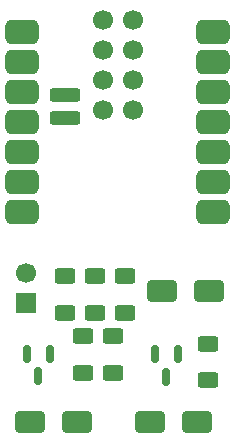
<source format=gbr>
%TF.GenerationSoftware,KiCad,Pcbnew,9.0.1*%
%TF.CreationDate,2025-05-22T11:03:56-04:00*%
%TF.ProjectId,Pneumatactors_1Xiao_PiezoPumps_2Valves,506e6575-6d61-4746-9163-746f72735f31,rev?*%
%TF.SameCoordinates,Original*%
%TF.FileFunction,Soldermask,Top*%
%TF.FilePolarity,Negative*%
%FSLAX46Y46*%
G04 Gerber Fmt 4.6, Leading zero omitted, Abs format (unit mm)*
G04 Created by KiCad (PCBNEW 9.0.1) date 2025-05-22 11:03:56*
%MOMM*%
%LPD*%
G01*
G04 APERTURE LIST*
G04 Aperture macros list*
%AMRoundRect*
0 Rectangle with rounded corners*
0 $1 Rounding radius*
0 $2 $3 $4 $5 $6 $7 $8 $9 X,Y pos of 4 corners*
0 Add a 4 corners polygon primitive as box body*
4,1,4,$2,$3,$4,$5,$6,$7,$8,$9,$2,$3,0*
0 Add four circle primitives for the rounded corners*
1,1,$1+$1,$2,$3*
1,1,$1+$1,$4,$5*
1,1,$1+$1,$6,$7*
1,1,$1+$1,$8,$9*
0 Add four rect primitives between the rounded corners*
20,1,$1+$1,$2,$3,$4,$5,0*
20,1,$1+$1,$4,$5,$6,$7,0*
20,1,$1+$1,$6,$7,$8,$9,0*
20,1,$1+$1,$8,$9,$2,$3,0*%
G04 Aperture macros list end*
%ADD10RoundRect,0.250000X-0.625000X0.400000X-0.625000X-0.400000X0.625000X-0.400000X0.625000X0.400000X0*%
%ADD11RoundRect,0.250000X0.625000X-0.400000X0.625000X0.400000X-0.625000X0.400000X-0.625000X-0.400000X0*%
%ADD12RoundRect,0.250000X1.000000X0.650000X-1.000000X0.650000X-1.000000X-0.650000X1.000000X-0.650000X0*%
%ADD13RoundRect,0.150000X-0.150000X0.587500X-0.150000X-0.587500X0.150000X-0.587500X0.150000X0.587500X0*%
%ADD14C,1.700000*%
%ADD15RoundRect,0.300400X1.000400X0.300400X-1.000400X0.300400X-1.000400X-0.300400X1.000400X-0.300400X0*%
%ADD16RoundRect,0.525400X-0.900400X-0.525400X0.900400X-0.525400X0.900400X0.525400X-0.900400X0.525400X0*%
%ADD17R,1.700000X1.700000*%
G04 APERTURE END LIST*
D10*
%TO.C,R6*%
X48260000Y-65050000D03*
X48260000Y-61950000D03*
%TD*%
%TO.C,R1*%
X47260000Y-70130000D03*
X47260000Y-67030000D03*
%TD*%
D11*
%TO.C,R2*%
X57785000Y-67665000D03*
X57785000Y-70765000D03*
%TD*%
D12*
%TO.C,D2*%
X42720000Y-74295000D03*
X46720000Y-74295000D03*
%TD*%
D13*
%TO.C,Q1*%
X43450000Y-70455000D03*
X42500000Y-68580000D03*
X44400000Y-68580000D03*
%TD*%
D14*
%TO.C,U1*%
X51428636Y-47930000D03*
X48888636Y-47930000D03*
X51428636Y-45390000D03*
X48888636Y-45390000D03*
X51428636Y-42850000D03*
X48888636Y-42850000D03*
X51428636Y-40310000D03*
X48888636Y-40310000D03*
D15*
X45713636Y-46655000D03*
X45713636Y-48560000D03*
D16*
X58268636Y-41322000D03*
X58268636Y-43862000D03*
X58268636Y-46402000D03*
X58268636Y-48942000D03*
X58268636Y-51482000D03*
X58268636Y-54022000D03*
X58268636Y-56562000D03*
X42103636Y-56562000D03*
X42103636Y-54022000D03*
X42103636Y-51482000D03*
X42103636Y-48942000D03*
X42103636Y-46402000D03*
X42103636Y-43862000D03*
X42103636Y-41322000D03*
%TD*%
D12*
%TO.C,D1*%
X53880000Y-63246000D03*
X57880000Y-63246000D03*
%TD*%
D10*
%TO.C,R5*%
X50800000Y-65050000D03*
X50800000Y-61950000D03*
%TD*%
D11*
%TO.C,R3*%
X45720000Y-61950000D03*
X45720000Y-65050000D03*
%TD*%
D10*
%TO.C,R4*%
X49800000Y-70130000D03*
X49800000Y-67030000D03*
%TD*%
D13*
%TO.C,Q2*%
X54295000Y-70467500D03*
X53345000Y-68592500D03*
X55245000Y-68592500D03*
%TD*%
D12*
%TO.C,D3*%
X52880000Y-74295000D03*
X56880000Y-74295000D03*
%TD*%
D14*
%TO.C,J3*%
X42418000Y-61722000D03*
D17*
X42418000Y-64262000D03*
%TD*%
M02*

</source>
